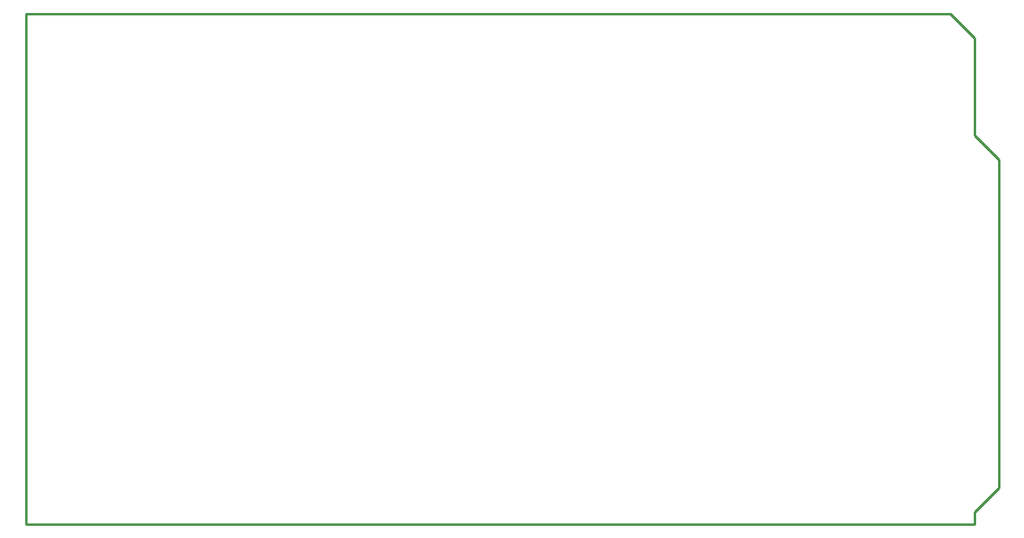
<source format=gm1>
G04*
G04 #@! TF.GenerationSoftware,Altium Limited,Altium Designer,20.2.5 (213)*
G04*
G04 Layer_Color=16711935*
%FSTAX24Y24*%
%MOIN*%
G70*
G04*
G04 #@! TF.SameCoordinates,673CB199-A7F1-4250-81FB-05A331180C63*
G04*
G04*
G04 #@! TF.FilePolarity,Positive*
G04*
G01*
G75*
%ADD11C,0.0100*%
D11*
X0001Y01935D02*
X000746D01*
X0001D02*
Y019996D01*
Y04035D01*
X0391Y01935D02*
Y01985D01*
X0401Y02085D01*
Y034346D01*
X0391Y035346D02*
X0401Y034346D01*
X0391Y03535D02*
Y03935D01*
X0381Y04035D02*
X0391Y03935D01*
X0001Y04035D02*
X0381D01*
X000746Y01935D02*
X0391D01*
M02*

</source>
